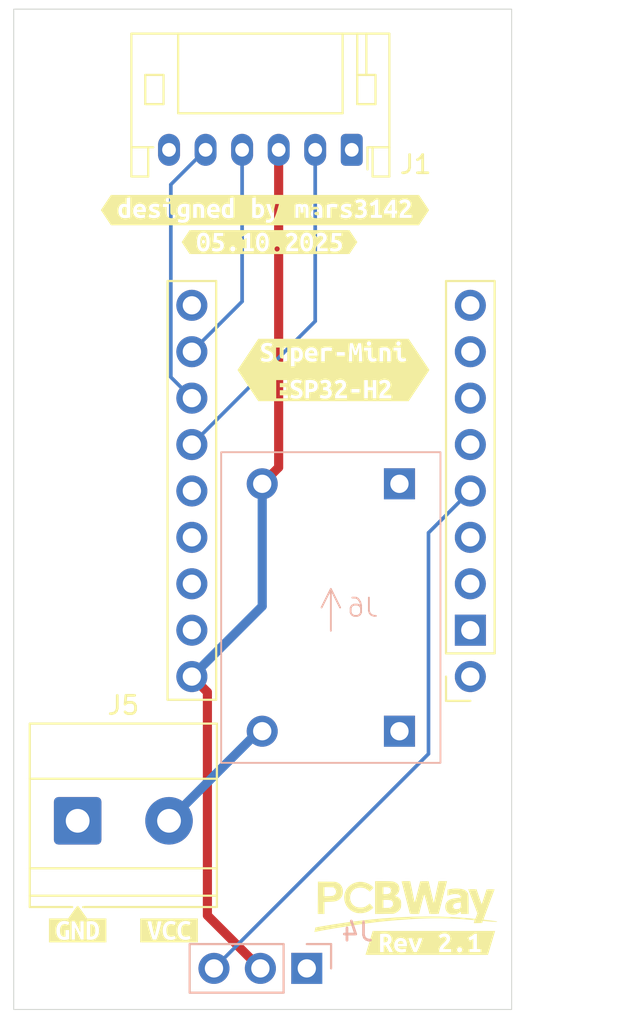
<source format=kicad_pcb>
(kicad_pcb (version 20241229) (generator "pcbnew") (generator_version "9.0")
  (title_block (title "Mole Beacon") (date "05.10.2025") (rev "2.0") (company "Peter Siegmund") (comment 1 "kicad@mars3142.org") (comment 2 "https://wiki.mars3142.dev/project/maerklin/warnemuende/lighthouse/start"))
  (layers (0 "F.Cu" signal) (2 "B.Cu" signal) (13 "F.Paste" user) (15 "B.Paste" user) (5 "F.SilkS" user "F.Silkscreen") (7 "B.SilkS" user "B.Silkscreen") (1 "F.Mask" user) (3 "B.Mask" user) (25 "Edge.Cuts" user))
  (net 0 "")
  (net 1 "+5V")
  (net 2 "OUTDOOR_L")
  (net 3 "IO")
  (net 4 "OUTDOOR_R")
  (net 5 "VCC")
  (net 15 "GND")
  (net 17 "BEACON")
  (footprint "Connector_JST:JST_PH_S6B-PH-K_1x06_P2.00mm_Horizontal" (layer "F.Cu") (at 107 49.95 180)
    (property "Reference" "J1" (at -3.5 -0.8 180) (layer "F.SilkS"))
    (property "Value" "Light")
    (pad "1" thru_hole roundrect (at 0 0 180) (size 1.2 1.75) (drill 0.75) (layers "*.Cu" "*.Mask") (roundrect_rratio 0.208333) (net 15 "GND"))
    (pad "2" thru_hole oval (at 2 0 180) (size 1.2 1.75) (drill 0.75) (layers "*.Cu" "*.Mask") (net 2 "OUTDOOR_L"))
    (pad "3" thru_hole oval (at 4 0 180) (size 1.2 1.75) (drill 0.75) (layers "*.Cu" "*.Mask") (net 1 "+5V"))
    (pad "4" thru_hole oval (at 6 0 180) (size 1.2 1.75) (drill 0.75) (layers "*.Cu" "*.Mask") (net 17 "BEACON"))
    (pad "5" thru_hole oval (at 8 0 180) (size 1.2 1.75) (drill 0.75) (layers "*.Cu" "*.Mask") (net 4 "OUTDOOR_R"))
    (pad "6" thru_hole oval (at 10 0 180) (size 1.2 1.75) (drill 0.75) (layers "*.Cu" "*.Mask") (net 15 "GND"))
  )
  (footprint "kibuzzard-6876C573" (layer "F.Cu") (at 102.25 53.25)
    (property "Reference" "kibuzzard-6876C573" (hide yes))
    (property "Value" "G***" (hide yes))
  )
  (footprint "kibuzzard-6876C010" (layer "F.Cu") (at 92 92.6725)
    (property "Reference" "kibuzzard-6876C010" (hide yes))
    (property "Value" "G***" (hide yes))
  )
  (footprint "kibuzzard-689F9361" (layer "F.Cu") (at 106 62)
    (property "Reference" "kibuzzard-689F9361" (hide yes))
    (property "Value" "G***" (hide yes))
  )
  (footprint "kibuzzard-6876C4C3" (layer "F.Cu") (at 102.5 55)
    (property "Reference" "kibuzzard-6876C4C3" (hide yes))
    (property "Value" "G***" (hide yes))
  )
  (footprint "TerminalBlock_Phoenix:TerminalBlock_Phoenix_MKDS-1,5-2_1x02_P5.00mm_Horizontal" (layer "F.Cu") (at 92 86.6725)
    (property "Reference" "J5" (at 2.5 -6.32 0) (layer "F.SilkS"))
    (property "Value" "Input")
    (pad "1" thru_hole roundrect (at 0 0) (size 2.6 2.6) (drill 1.3) (layers "*.Cu" "*.Mask") (roundrect_rratio 0.096154) (net 15 "GND"))
    (pad "2" thru_hole circle (at 5 0) (size 2.6 2.6) (drill 1.3) (layers "*.Cu" "*.Mask") (net 5 "VCC"))
  )
  (footprint "LOGO" (layer "F.Cu") (at 109.907996 91.285996)
    (property "Reference" "G***" (hide yes))
    (property "Value" "LOGO" (hide yes))
  )
  (footprint "kibuzzard-68C9998D" (layer "F.Cu") (at 111.3 93.355996)
    (property "Reference" "kibuzzard-68C9998D" (hide yes))
    (property "Value" "G***" (hide yes))
  )
  (footprint "wemos:PinSocket_S3 Zero" (layer "F.Cu") (at 105.87 68.62 180)
    (property "Reference" "J3" (hide yes))
    (property "Value" "Conn_ESP32-H2_Super-Mini_-_Pins_only")
    (pad "1" thru_hole circle (at -7.62 -10.16 180) (size 1.7 1.7) (drill 1) (layers "*.Cu" "*.Mask"))
    (pad "2" thru_hole rect (at -7.62 -7.62 180) (size 1.7 1.7) (drill 1) (layers "*.Cu" "*.Mask"))
    (pad "3" thru_hole circle (at -7.62 -5.08 180) (size 1.7 1.7) (drill 1) (layers "*.Cu" "*.Mask"))
    (pad "4" thru_hole circle (at -7.62 -2.54 180) (size 1.7 1.7) (drill 1) (layers "*.Cu" "*.Mask"))
    (pad "5" thru_hole circle (at -7.62 0 180) (size 1.7 1.7) (drill 1) (layers "*.Cu" "*.Mask") (net 3 "IO"))
    (pad "6" thru_hole circle (at -7.62 2.54 180) (size 1.7 1.7) (drill 1) (layers "*.Cu" "*.Mask"))
    (pad "7" thru_hole circle (at -7.62 5.08 180) (size 1.7 1.7) (drill 1) (layers "*.Cu" "*.Mask"))
    (pad "8" thru_hole circle (at -7.62 7.62 180) (size 1.7 1.7) (drill 1) (layers "*.Cu" "*.Mask"))
    (pad "9" thru_hole circle (at -7.62 10.16 180) (size 1.7 1.7) (drill 1) (layers "*.Cu" "*.Mask"))
    (pad "10" thru_hole circle (at 7.62 -10.16 180) (size 1.7 1.7) (drill 1) (layers "*.Cu" "*.Mask") (net 1 "+5V"))
    (pad "11" thru_hole circle (at 7.62 -7.62 180) (size 1.7 1.7) (drill 1) (layers "*.Cu" "*.Mask") (net 15 "GND"))
    (pad "12" thru_hole circle (at 7.62 -5.08 180) (size 1.7 1.7) (drill 1) (layers "*.Cu" "*.Mask"))
    (pad "13" thru_hole circle (at 7.62 -2.54 180) (size 1.7 1.7) (drill 1) (layers "*.Cu" "*.Mask"))
    (pad "14" thru_hole circle (at 7.62 0 180) (size 1.7 1.7) (drill 1) (layers "*.Cu" "*.Mask"))
    (pad "15" thru_hole circle (at 7.62 2.54 180) (size 1.7 1.7) (drill 1) (layers "*.Cu" "*.Mask") (net 2 "OUTDOOR_L"))
    (pad "16" thru_hole circle (at 7.62 5.08 180) (size 1.7 1.7) (drill 1) (layers "*.Cu" "*.Mask") (net 4 "OUTDOOR_R"))
    (pad "17" thru_hole circle (at 7.62 7.62 180) (size 1.7 1.7) (drill 1) (layers "*.Cu" "*.Mask") (net 17 "BEACON"))
    (pad "18" thru_hole circle (at 7.62 10.16 180) (size 1.7 1.7) (drill 1) (layers "*.Cu" "*.Mask"))
  )
  (footprint "kibuzzard-68B8583C" (layer "F.Cu") (at 97 92.6725)
    (property "Reference" "kibuzzard-68B8583C" (hide yes))
    (property "Value" "G***" (hide yes))
  )
  (footprint "Connector_PinSocket_2.54mm:PinSocket_1x03_P2.54mm_Vertical" (layer "B.Cu") (at 104.54 94.75 90)
    (property "Reference" "J4" (at 2 2.77 0) (layer "B.SilkS") (effects (justify mirror)))
    (property "Value" "Touch")
    (pad "1" thru_hole rect (at 0 0 90) (size 1.7 1.7) (drill 1) (layers "*.Cu" "*.Mask") (net 15 "GND"))
    (pad "2" thru_hole circle (at 0 -2.54 90) (size 1.7 1.7) (drill 1) (layers "*.Cu" "*.Mask") (net 1 "+5V"))
    (pad "3" thru_hole circle (at 0 -5.08 90) (size 1.7 1.7) (drill 1) (layers "*.Cu" "*.Mask") (net 3 "IO"))
  )
  (footprint "aliexpress:Buck Converter (30V to 5V)" (layer "B.Cu") (at 105.855 75 90)
    (property "Reference" "J6" (at 0 1.75 0) (layer "B.SilkS") (effects (font (thickness 0.1)) (justify mirror)))
    (property "Value" "~")
    (pad "1" thru_hole rect (at -6.77 3.755 90) (size 1.7 1.7) (drill oval 1) (layers "*.Cu" "*.Mask") (net 15 "GND"))
    (pad "2" thru_hole circle (at -6.77 -3.755 90) (size 1.7 1.7) (drill 1) (layers "*.Cu" "*.Mask") (net 5 "VCC"))
    (pad "3" thru_hole rect (at 6.77 3.755 90) (size 1.7 1.7) (drill oval 1) (layers "*.Cu" "*.Mask") (net 15 "GND"))
    (pad "4" thru_hole circle (at 6.77 -3.755 90) (size 1.7 1.7) (drill 1) (layers "*.Cu" "*.Mask") (net 1 "+5V"))
  )
  (gr_rect (start 88.5 42.25) (end 115.75 97) (stroke (width 0.05)) (fill no) (layer "Edge.Cuts"))
  (segment (start 98.25 78.78) (end 99.1 79.63) (width 0.5) (layer "F.Cu") (net 1))
  (segment (start 102.1 68.23) (end 103 67.33) (width 0.5) (layer "F.Cu") (net 1))
  (segment (start 99.1 91.85) (end 102 94.75) (width 0.5) (layer "F.Cu") (net 1))
  (segment (start 99.1 79.63) (end 99.1 91.85) (width 0.5) (layer "F.Cu") (net 1))
  (segment (start 103 67.33) (end 103 49.95) (width 0.5) (layer "F.Cu") (net 1))
  (segment (start 102.1 74.93) (end 98.25 78.78) (width 0.5) (layer "B.Cu") (net 1))
  (segment (start 102.1 68.23) (end 102.1 74.93) (width 0.5) (layer "B.Cu") (net 1))
  (segment (start 98.25 66.08) (end 105 59.33) (width 0.2) (layer "B.Cu") (net 2))
  (segment (start 105 59.33) (end 105 49.95) (width 0.2) (layer "B.Cu") (net 2))
  (segment (start 99.46 94.54) (end 99.5 94.5) (width 0.2) (layer "B.Cu") (net 3))
  (segment (start 111.2 83.01) (end 111.2 70.91) (width 0.2) (layer "B.Cu") (net 3))
  (segment (start 111.2 70.91) (end 113.49 68.62) (width 0.2) (layer "B.Cu") (net 3))
  (segment (start 99.46 94.75) (end 111.2 83.01) (width 0.2) (layer "B.Cu") (net 3))
  (segment (start 97.099 51.851) (end 99 49.95) (width 0.2) (layer "B.Cu") (net 4))
  (segment (start 97.099 62.389) (end 97.099 51.851) (width 0.2) (layer "B.Cu") (net 4))
  (segment (start 98.25 63.54) (end 97.099 62.389) (width 0.2) (layer "B.Cu") (net 4))
  (segment (start 101.9025 81.77) (end 102.1 81.77) (width 0.5) (layer "B.Cu") (net 5))
  (segment (start 97 86.6725) (end 101.9025 81.77) (width 0.5) (layer "B.Cu") (net 5))
  (segment (start 98.25 61) (end 101 58.25) (width 0.2) (layer "B.Cu") (net 17))
  (segment (start 101 58.25) (end 101 49.95) (width 0.2) (layer "B.Cu") (net 17))
)
</source>
